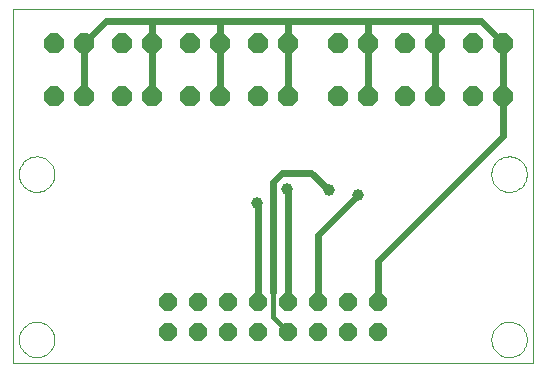
<source format=gtl>
G75*
G70*
%OFA0B0*%
%FSLAX24Y24*%
%IPPOS*%
%LPD*%
%AMOC8*
5,1,8,0,0,1.08239X$1,22.5*
%
%ADD10C,0.0000*%
%ADD11OC8,0.0660*%
%ADD12OC8,0.0600*%
%ADD13C,0.0240*%
%ADD14C,0.0396*%
%ADD15C,0.0160*%
D10*
X000221Y000391D02*
X000221Y012202D01*
X017544Y012202D01*
X017544Y000391D01*
X000221Y000391D01*
X000417Y001178D02*
X000419Y001226D01*
X000425Y001274D01*
X000435Y001321D01*
X000448Y001367D01*
X000466Y001412D01*
X000486Y001456D01*
X000511Y001498D01*
X000539Y001537D01*
X000569Y001574D01*
X000603Y001608D01*
X000640Y001640D01*
X000678Y001669D01*
X000719Y001694D01*
X000762Y001716D01*
X000807Y001734D01*
X000853Y001748D01*
X000900Y001759D01*
X000948Y001766D01*
X000996Y001769D01*
X001044Y001768D01*
X001092Y001763D01*
X001140Y001754D01*
X001186Y001742D01*
X001231Y001725D01*
X001275Y001705D01*
X001317Y001682D01*
X001357Y001655D01*
X001395Y001625D01*
X001430Y001592D01*
X001462Y001556D01*
X001492Y001518D01*
X001518Y001477D01*
X001540Y001434D01*
X001560Y001390D01*
X001575Y001345D01*
X001587Y001298D01*
X001595Y001250D01*
X001599Y001202D01*
X001599Y001154D01*
X001595Y001106D01*
X001587Y001058D01*
X001575Y001011D01*
X001560Y000966D01*
X001540Y000922D01*
X001518Y000879D01*
X001492Y000838D01*
X001462Y000800D01*
X001430Y000764D01*
X001395Y000731D01*
X001357Y000701D01*
X001317Y000674D01*
X001275Y000651D01*
X001231Y000631D01*
X001186Y000614D01*
X001140Y000602D01*
X001092Y000593D01*
X001044Y000588D01*
X000996Y000587D01*
X000948Y000590D01*
X000900Y000597D01*
X000853Y000608D01*
X000807Y000622D01*
X000762Y000640D01*
X000719Y000662D01*
X000678Y000687D01*
X000640Y000716D01*
X000603Y000748D01*
X000569Y000782D01*
X000539Y000819D01*
X000511Y000858D01*
X000486Y000900D01*
X000466Y000944D01*
X000448Y000989D01*
X000435Y001035D01*
X000425Y001082D01*
X000419Y001130D01*
X000417Y001178D01*
X000417Y006690D02*
X000419Y006738D01*
X000425Y006786D01*
X000435Y006833D01*
X000448Y006879D01*
X000466Y006924D01*
X000486Y006968D01*
X000511Y007010D01*
X000539Y007049D01*
X000569Y007086D01*
X000603Y007120D01*
X000640Y007152D01*
X000678Y007181D01*
X000719Y007206D01*
X000762Y007228D01*
X000807Y007246D01*
X000853Y007260D01*
X000900Y007271D01*
X000948Y007278D01*
X000996Y007281D01*
X001044Y007280D01*
X001092Y007275D01*
X001140Y007266D01*
X001186Y007254D01*
X001231Y007237D01*
X001275Y007217D01*
X001317Y007194D01*
X001357Y007167D01*
X001395Y007137D01*
X001430Y007104D01*
X001462Y007068D01*
X001492Y007030D01*
X001518Y006989D01*
X001540Y006946D01*
X001560Y006902D01*
X001575Y006857D01*
X001587Y006810D01*
X001595Y006762D01*
X001599Y006714D01*
X001599Y006666D01*
X001595Y006618D01*
X001587Y006570D01*
X001575Y006523D01*
X001560Y006478D01*
X001540Y006434D01*
X001518Y006391D01*
X001492Y006350D01*
X001462Y006312D01*
X001430Y006276D01*
X001395Y006243D01*
X001357Y006213D01*
X001317Y006186D01*
X001275Y006163D01*
X001231Y006143D01*
X001186Y006126D01*
X001140Y006114D01*
X001092Y006105D01*
X001044Y006100D01*
X000996Y006099D01*
X000948Y006102D01*
X000900Y006109D01*
X000853Y006120D01*
X000807Y006134D01*
X000762Y006152D01*
X000719Y006174D01*
X000678Y006199D01*
X000640Y006228D01*
X000603Y006260D01*
X000569Y006294D01*
X000539Y006331D01*
X000511Y006370D01*
X000486Y006412D01*
X000466Y006456D01*
X000448Y006501D01*
X000435Y006547D01*
X000425Y006594D01*
X000419Y006642D01*
X000417Y006690D01*
X016165Y006690D02*
X016167Y006738D01*
X016173Y006786D01*
X016183Y006833D01*
X016196Y006879D01*
X016214Y006924D01*
X016234Y006968D01*
X016259Y007010D01*
X016287Y007049D01*
X016317Y007086D01*
X016351Y007120D01*
X016388Y007152D01*
X016426Y007181D01*
X016467Y007206D01*
X016510Y007228D01*
X016555Y007246D01*
X016601Y007260D01*
X016648Y007271D01*
X016696Y007278D01*
X016744Y007281D01*
X016792Y007280D01*
X016840Y007275D01*
X016888Y007266D01*
X016934Y007254D01*
X016979Y007237D01*
X017023Y007217D01*
X017065Y007194D01*
X017105Y007167D01*
X017143Y007137D01*
X017178Y007104D01*
X017210Y007068D01*
X017240Y007030D01*
X017266Y006989D01*
X017288Y006946D01*
X017308Y006902D01*
X017323Y006857D01*
X017335Y006810D01*
X017343Y006762D01*
X017347Y006714D01*
X017347Y006666D01*
X017343Y006618D01*
X017335Y006570D01*
X017323Y006523D01*
X017308Y006478D01*
X017288Y006434D01*
X017266Y006391D01*
X017240Y006350D01*
X017210Y006312D01*
X017178Y006276D01*
X017143Y006243D01*
X017105Y006213D01*
X017065Y006186D01*
X017023Y006163D01*
X016979Y006143D01*
X016934Y006126D01*
X016888Y006114D01*
X016840Y006105D01*
X016792Y006100D01*
X016744Y006099D01*
X016696Y006102D01*
X016648Y006109D01*
X016601Y006120D01*
X016555Y006134D01*
X016510Y006152D01*
X016467Y006174D01*
X016426Y006199D01*
X016388Y006228D01*
X016351Y006260D01*
X016317Y006294D01*
X016287Y006331D01*
X016259Y006370D01*
X016234Y006412D01*
X016214Y006456D01*
X016196Y006501D01*
X016183Y006547D01*
X016173Y006594D01*
X016167Y006642D01*
X016165Y006690D01*
X016165Y001178D02*
X016167Y001226D01*
X016173Y001274D01*
X016183Y001321D01*
X016196Y001367D01*
X016214Y001412D01*
X016234Y001456D01*
X016259Y001498D01*
X016287Y001537D01*
X016317Y001574D01*
X016351Y001608D01*
X016388Y001640D01*
X016426Y001669D01*
X016467Y001694D01*
X016510Y001716D01*
X016555Y001734D01*
X016601Y001748D01*
X016648Y001759D01*
X016696Y001766D01*
X016744Y001769D01*
X016792Y001768D01*
X016840Y001763D01*
X016888Y001754D01*
X016934Y001742D01*
X016979Y001725D01*
X017023Y001705D01*
X017065Y001682D01*
X017105Y001655D01*
X017143Y001625D01*
X017178Y001592D01*
X017210Y001556D01*
X017240Y001518D01*
X017266Y001477D01*
X017288Y001434D01*
X017308Y001390D01*
X017323Y001345D01*
X017335Y001298D01*
X017343Y001250D01*
X017347Y001202D01*
X017347Y001154D01*
X017343Y001106D01*
X017335Y001058D01*
X017323Y001011D01*
X017308Y000966D01*
X017288Y000922D01*
X017266Y000879D01*
X017240Y000838D01*
X017210Y000800D01*
X017178Y000764D01*
X017143Y000731D01*
X017105Y000701D01*
X017065Y000674D01*
X017023Y000651D01*
X016979Y000631D01*
X016934Y000614D01*
X016888Y000602D01*
X016840Y000593D01*
X016792Y000588D01*
X016744Y000587D01*
X016696Y000590D01*
X016648Y000597D01*
X016601Y000608D01*
X016555Y000622D01*
X016510Y000640D01*
X016467Y000662D01*
X016426Y000687D01*
X016388Y000716D01*
X016351Y000748D01*
X016317Y000782D01*
X016287Y000819D01*
X016259Y000858D01*
X016234Y000900D01*
X016214Y000944D01*
X016196Y000989D01*
X016183Y001035D01*
X016173Y001082D01*
X016167Y001130D01*
X016165Y001178D01*
D11*
X016567Y009299D03*
X015567Y009299D03*
X014304Y009299D03*
X013304Y009299D03*
X012040Y009299D03*
X011040Y009299D03*
X009382Y009299D03*
X008382Y009299D03*
X007119Y009299D03*
X006119Y009299D03*
X004855Y009299D03*
X003855Y009299D03*
X002591Y009299D03*
X001591Y009299D03*
X001591Y011070D03*
X002591Y011070D03*
X003855Y011070D03*
X004855Y011070D03*
X006119Y011070D03*
X007119Y011070D03*
X008382Y011070D03*
X009382Y011070D03*
X011040Y011070D03*
X012040Y011070D03*
X013304Y011070D03*
X014304Y011070D03*
X015567Y011070D03*
X016567Y011070D03*
D12*
X012382Y002417D03*
X011382Y002417D03*
X010382Y002417D03*
X009382Y002417D03*
X008382Y002417D03*
X007382Y002417D03*
X006382Y002417D03*
X005382Y002417D03*
X005382Y001417D03*
X006382Y001417D03*
X007382Y001417D03*
X008382Y001417D03*
X009382Y001417D03*
X010382Y001417D03*
X011382Y001417D03*
X012382Y001417D03*
D13*
X012382Y002417D02*
X012382Y003793D01*
X016314Y007724D01*
X016461Y007871D01*
X016567Y007978D01*
X016567Y009299D01*
X016567Y011070D01*
X015829Y011808D01*
X014345Y011808D01*
X014304Y011767D01*
X014304Y011070D01*
X014304Y009299D01*
X012040Y009299D02*
X012040Y011070D01*
X012040Y011801D01*
X012032Y011808D01*
X014345Y011808D01*
X012032Y011808D02*
X009473Y011808D01*
X009382Y011718D01*
X009382Y011070D01*
X009382Y009299D01*
X007119Y009299D02*
X007119Y011070D01*
X007119Y011767D01*
X007160Y011808D01*
X009473Y011808D01*
X007160Y011808D02*
X004798Y011808D01*
X004855Y011751D01*
X004855Y011070D01*
X004855Y009299D01*
X002591Y009299D02*
X002591Y011070D01*
X003329Y011808D01*
X004798Y011808D01*
X009178Y006740D02*
X010162Y006740D01*
X010753Y006149D01*
X011737Y006001D02*
X010382Y004647D01*
X010382Y002417D01*
X009382Y002417D02*
X009375Y002425D01*
X009375Y006175D01*
X009363Y006186D01*
X008882Y006444D02*
X009178Y006740D01*
X008882Y006444D02*
X008882Y002753D01*
X008382Y002417D02*
X008382Y005724D01*
X008371Y005736D01*
D14*
X008371Y005736D03*
X009363Y006186D03*
X010753Y006149D03*
X011737Y006001D03*
D15*
X008882Y002753D02*
X008882Y001917D01*
X009382Y001417D01*
M02*

</source>
